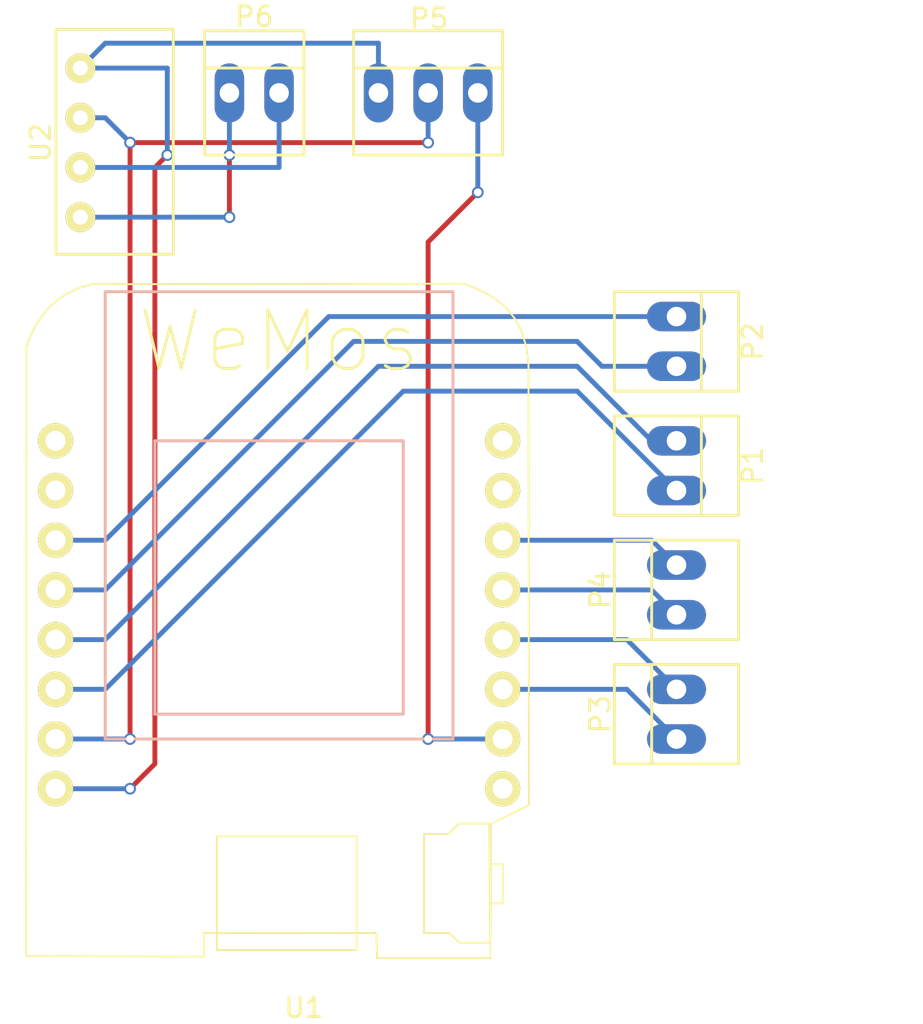
<source format=kicad_pcb>
(kicad_pcb (version 4) (host pcbnew 4.0.2+dfsg1-stable)

  (general
    (links 15)
    (no_connects 0)
    (area 0 0 0 0)
    (thickness 1.6)
    (drawings 4)
    (tracks 59)
    (zones 0)
    (modules 8)
    (nets 19)
  )

  (page A4)
  (layers
    (0 F.Cu signal)
    (31 B.Cu signal)
    (33 F.Adhes user)
    (35 F.Paste user)
    (37 F.SilkS user)
    (39 F.Mask user)
    (40 Dwgs.User user)
    (41 Cmts.User user)
    (42 Eco1.User user)
    (43 Eco2.User user)
    (44 Edge.Cuts user)
    (45 Margin user)
    (47 F.CrtYd user)
    (49 F.Fab user)
  )

  (setup
    (last_trace_width 0.25)
    (trace_clearance 0.2)
    (zone_clearance 0.508)
    (zone_45_only no)
    (trace_min 0.2)
    (segment_width 0.2)
    (edge_width 0.15)
    (via_size 0.6)
    (via_drill 0.4)
    (via_min_size 0.4)
    (via_min_drill 0.3)
    (uvia_size 0.3)
    (uvia_drill 0.1)
    (uvias_allowed no)
    (uvia_min_size 0.2)
    (uvia_min_drill 0.1)
    (pcb_text_width 0.3)
    (pcb_text_size 1.5 1.5)
    (mod_edge_width 0.15)
    (mod_text_size 1 1)
    (mod_text_width 0.15)
    (pad_size 1.524 1.524)
    (pad_drill 0.762)
    (pad_to_mask_clearance 0.2)
    (aux_axis_origin 0 0)
    (visible_elements FFFFFF7F)
    (pcbplotparams
      (layerselection 0x00030_80000001)
      (usegerberextensions false)
      (excludeedgelayer true)
      (linewidth 0.100000)
      (plotframeref false)
      (viasonmask false)
      (mode 1)
      (useauxorigin false)
      (hpglpennumber 1)
      (hpglpenspeed 20)
      (hpglpendiameter 15)
      (hpglpenoverlay 2)
      (psnegative false)
      (psa4output false)
      (plotreference true)
      (plotvalue true)
      (plotinvisibletext false)
      (padsonsilk false)
      (subtractmaskfromsilk false)
      (outputformat 1)
      (mirror false)
      (drillshape 1)
      (scaleselection 1)
      (outputdirectory ""))
  )

  (net 0 "")
  (net 1 "Net-(P1-Pad1)")
  (net 2 "Net-(P1-Pad2)")
  (net 3 "Net-(P2-Pad1)")
  (net 4 "Net-(P2-Pad2)")
  (net 5 "Net-(P3-Pad1)")
  (net 6 "Net-(P3-Pad2)")
  (net 7 "Net-(P4-Pad1)")
  (net 8 "Net-(P4-Pad2)")
  (net 9 "Net-(U1-Pad8)")
  (net 10 "Net-(U1-Pad7)")
  (net 11 "Net-(U1-Pad16)")
  (net 12 "Net-(U1-Pad10)")
  (net 13 "Net-(U1-Pad9)")
  (net 14 "Net-(P6-Pad1)")
  (net 15 "Net-(P6-Pad2)")
  (net 16 "Net-(P5-Pad1)")
  (net 17 "Net-(P5-Pad3)")
  (net 18 "Net-(P5-Pad2)")

  (net_class Default "This is the default net class."
    (clearance 0.2)
    (trace_width 0.25)
    (via_dia 0.6)
    (via_drill 0.4)
    (uvia_dia 0.3)
    (uvia_drill 0.1)
    (add_net "Net-(P1-Pad1)")
    (add_net "Net-(P1-Pad2)")
    (add_net "Net-(P2-Pad1)")
    (add_net "Net-(P2-Pad2)")
    (add_net "Net-(P3-Pad1)")
    (add_net "Net-(P3-Pad2)")
    (add_net "Net-(P4-Pad1)")
    (add_net "Net-(P4-Pad2)")
    (add_net "Net-(P5-Pad1)")
    (add_net "Net-(P5-Pad2)")
    (add_net "Net-(P5-Pad3)")
    (add_net "Net-(P6-Pad1)")
    (add_net "Net-(P6-Pad2)")
    (add_net "Net-(U1-Pad10)")
    (add_net "Net-(U1-Pad16)")
    (add_net "Net-(U1-Pad7)")
    (add_net "Net-(U1-Pad8)")
    (add_net "Net-(U1-Pad9)")
  )

  (module wemos_d1_mini:D1_mini_board (layer F.Cu) (tedit 5766F65E) (tstamp 5BCE38F8)
    (at 90.17 86.36)
    (path /5BCE1984)
    (fp_text reference U1 (at 1.27 18.81) (layer F.SilkS)
      (effects (font (size 1 1) (thickness 0.15)))
    )
    (fp_text value WeMos_mini (at 1.27 -19.05) (layer F.Fab)
      (effects (font (size 1 1) (thickness 0.15)))
    )
    (fp_text user WeMos (at 0 -15.24) (layer F.SilkS)
      (effects (font (size 3 3) (thickness 0.15)))
    )
    (fp_line (start -6.35 3.81) (end -6.35 -10.16) (layer B.SilkS) (width 0.15))
    (fp_line (start -6.35 -10.16) (end 6.35 -10.16) (layer B.SilkS) (width 0.15))
    (fp_line (start 6.35 -10.16) (end 6.35 3.81) (layer B.SilkS) (width 0.15))
    (fp_line (start 6.35 3.81) (end -6.35 3.81) (layer B.SilkS) (width 0.15))
    (fp_line (start -8.89 5.08) (end 8.89 5.08) (layer B.SilkS) (width 0.15))
    (fp_line (start 8.89 5.08) (end 8.89 -17.78) (layer B.SilkS) (width 0.15))
    (fp_line (start 8.89 -17.78) (end -8.89 -17.78) (layer B.SilkS) (width 0.15))
    (fp_line (start -8.89 -17.78) (end -8.89 5.08) (layer B.SilkS) (width 0.15))
    (fp_line (start 10.817472 16.277228) (end 5.00618 16.277228) (layer F.SilkS) (width 0.1))
    (fp_line (start 5.00618 16.277228) (end 4.979849 14.993795) (layer F.SilkS) (width 0.1))
    (fp_line (start 4.979849 14.993795) (end -3.851373 15.000483) (layer F.SilkS) (width 0.1))
    (fp_line (start -3.851373 15.000483) (end -3.849397 16.202736) (layer F.SilkS) (width 0.1))
    (fp_line (start -3.849397 16.202736) (end -12.930193 16.176658) (layer F.SilkS) (width 0.1))
    (fp_line (start -12.930193 16.176658) (end -12.916195 -14.993493) (layer F.SilkS) (width 0.1))
    (fp_line (start -12.916195 -14.993493) (end -12.683384 -15.596286) (layer F.SilkS) (width 0.1))
    (fp_line (start -12.683384 -15.596286) (end -12.399901 -16.141167) (layer F.SilkS) (width 0.1))
    (fp_line (start -12.399901 -16.141167) (end -12.065253 -16.627577) (layer F.SilkS) (width 0.1))
    (fp_line (start -12.065253 -16.627577) (end -11.678953 -17.054952) (layer F.SilkS) (width 0.1))
    (fp_line (start -11.678953 -17.054952) (end -11.240512 -17.422741) (layer F.SilkS) (width 0.1))
    (fp_line (start -11.240512 -17.422741) (end -10.74944 -17.730377) (layer F.SilkS) (width 0.1))
    (fp_line (start -10.74944 -17.730377) (end -10.20525 -17.97731) (layer F.SilkS) (width 0.1))
    (fp_line (start -10.20525 -17.97731) (end -9.607453 -18.162976) (layer F.SilkS) (width 0.1))
    (fp_line (start -9.607453 -18.162976) (end 9.43046 -18.191734) (layer F.SilkS) (width 0.1))
    (fp_line (start 9.43046 -18.191734) (end 10.049824 -17.957741) (layer F.SilkS) (width 0.1))
    (fp_line (start 10.049824 -17.957741) (end 10.638018 -17.673258) (layer F.SilkS) (width 0.1))
    (fp_line (start 10.638018 -17.673258) (end 11.181445 -17.323743) (layer F.SilkS) (width 0.1))
    (fp_line (start 11.181445 -17.323743) (end 11.666503 -16.894658) (layer F.SilkS) (width 0.1))
    (fp_line (start 11.666503 -16.894658) (end 12.079595 -16.37146) (layer F.SilkS) (width 0.1))
    (fp_line (start 12.079595 -16.37146) (end 12.407122 -15.739613) (layer F.SilkS) (width 0.1))
    (fp_line (start 12.407122 -15.739613) (end 12.635482 -14.984575) (layer F.SilkS) (width 0.1))
    (fp_line (start 12.635482 -14.984575) (end 12.751078 -14.091807) (layer F.SilkS) (width 0.1))
    (fp_line (start 12.751078 -14.091807) (end 12.776026 8.463285) (layer F.SilkS) (width 0.1))
    (fp_line (start 12.776026 8.463285) (end 10.83248 9.424181) (layer F.SilkS) (width 0.1))
    (fp_line (start 10.83248 9.424181) (end 10.802686 16.232524) (layer F.SilkS) (width 0.1))
    (fp_line (start -3.17965 10.051451) (end 3.959931 10.051451) (layer F.SilkS) (width 0.1))
    (fp_line (start 3.959931 10.051451) (end 3.959931 15.865188) (layer F.SilkS) (width 0.1))
    (fp_line (start 3.959931 15.865188) (end -3.17965 15.865188) (layer F.SilkS) (width 0.1))
    (fp_line (start -3.17965 15.865188) (end -3.17965 10.051451) (layer F.SilkS) (width 0.1))
    (fp_line (start 10.7436 9.402349) (end 9.191378 9.402349) (layer F.SilkS) (width 0.1))
    (fp_line (start 9.191378 9.402349) (end 8.662211 9.931515) (layer F.SilkS) (width 0.1))
    (fp_line (start 8.662211 9.931515) (end 7.40985 9.931515) (layer F.SilkS) (width 0.1))
    (fp_line (start 7.40985 9.931515) (end 7.40985 14.993876) (layer F.SilkS) (width 0.1))
    (fp_line (start 7.40985 14.993876) (end 8.697489 14.993876) (layer F.SilkS) (width 0.1))
    (fp_line (start 8.697489 14.993876) (end 9.226656 15.487765) (layer F.SilkS) (width 0.1))
    (fp_line (start 9.226656 15.487765) (end 10.796517 15.487765) (layer F.SilkS) (width 0.1))
    (fp_line (start 10.796517 15.487765) (end 10.7436 9.402349) (layer F.SilkS) (width 0.1))
    (fp_line (start 10.778878 11.483738) (end 11.431517 11.483738) (layer F.SilkS) (width 0.1))
    (fp_line (start 11.431517 11.483738) (end 11.431517 13.476932) (layer F.SilkS) (width 0.1))
    (fp_line (start 11.431517 13.476932) (end 10.814156 13.476932) (layer F.SilkS) (width 0.1))
    (pad 8 thru_hole circle (at -11.43 -10.16) (size 1.8 1.8) (drill 1.016) (layers *.Cu *.Mask F.SilkS)
      (net 9 "Net-(U1-Pad8)"))
    (pad 7 thru_hole circle (at -11.43 -7.62) (size 1.8 1.8) (drill 1.016) (layers *.Cu *.Mask F.SilkS)
      (net 10 "Net-(U1-Pad7)"))
    (pad 6 thru_hole circle (at -11.43 -5.08) (size 1.8 1.8) (drill 1.016) (layers *.Cu *.Mask F.SilkS)
      (net 3 "Net-(P2-Pad1)"))
    (pad 5 thru_hole circle (at -11.43 -2.54) (size 1.8 1.8) (drill 1.016) (layers *.Cu *.Mask F.SilkS)
      (net 4 "Net-(P2-Pad2)"))
    (pad 4 thru_hole circle (at -11.43 0) (size 1.8 1.8) (drill 1.016) (layers *.Cu *.Mask F.SilkS)
      (net 1 "Net-(P1-Pad1)"))
    (pad 3 thru_hole circle (at -11.43 2.54) (size 1.8 1.8) (drill 1.016) (layers *.Cu *.Mask F.SilkS)
      (net 2 "Net-(P1-Pad2)"))
    (pad 2 thru_hole circle (at -11.43 5.08) (size 1.8 1.8) (drill 1.016) (layers *.Cu *.Mask F.SilkS)
      (net 18 "Net-(P5-Pad2)"))
    (pad 1 thru_hole circle (at -11.43 7.62) (size 1.8 1.8) (drill 1.016) (layers *.Cu *.Mask F.SilkS)
      (net 16 "Net-(P5-Pad1)"))
    (pad 16 thru_hole circle (at 11.43 7.62) (size 1.8 1.8) (drill 1.016) (layers *.Cu *.Mask F.SilkS)
      (net 11 "Net-(U1-Pad16)"))
    (pad 15 thru_hole circle (at 11.43 5.08) (size 1.8 1.8) (drill 1.016) (layers *.Cu *.Mask F.SilkS)
      (net 17 "Net-(P5-Pad3)"))
    (pad 14 thru_hole circle (at 11.43 2.54) (size 1.8 1.8) (drill 1.016) (layers *.Cu *.Mask F.SilkS)
      (net 5 "Net-(P3-Pad1)"))
    (pad 13 thru_hole circle (at 11.43 0) (size 1.8 1.8) (drill 1.016) (layers *.Cu *.Mask F.SilkS)
      (net 6 "Net-(P3-Pad2)"))
    (pad 12 thru_hole circle (at 11.43 -2.54) (size 1.8 1.8) (drill 1.016) (layers *.Cu *.Mask F.SilkS)
      (net 7 "Net-(P4-Pad1)"))
    (pad 11 thru_hole circle (at 11.43 -5.08) (size 1.8 1.8) (drill 1.016) (layers *.Cu *.Mask F.SilkS)
      (net 8 "Net-(P4-Pad2)"))
    (pad 10 thru_hole circle (at 11.43 -7.62) (size 1.8 1.8) (drill 1.016) (layers *.Cu *.Mask F.SilkS)
      (net 12 "Net-(U1-Pad10)"))
    (pad 9 thru_hole circle (at 11.43 -10.16) (size 1.8 1.8) (drill 1.016) (layers *.Cu *.Mask F.SilkS)
      (net 13 "Net-(U1-Pad9)"))
  )

  (module ROE-1205S:ROE-1205S (layer F.Cu) (tedit 5BCE1F9C) (tstamp 5BCE3904)
    (at 80.01 64.77 90)
    (path /5BCE189D)
    (fp_text reference U2 (at 3.81 -2.032 90) (layer F.SilkS)
      (effects (font (size 1 1) (thickness 0.15)))
    )
    (fp_text value ROE-1205S (at 3.81 2.794 90) (layer F.Fab)
      (effects (font (size 1 1) (thickness 0.15)))
    )
    (fp_line (start -1.9 -1.25) (end 9.6 -1.25) (layer F.SilkS) (width 0.15))
    (fp_line (start 9.6 -1.25) (end 9.6 4.75) (layer F.SilkS) (width 0.15))
    (fp_line (start -1.9 4.75) (end 9.6 4.75) (layer F.SilkS) (width 0.15))
    (fp_line (start -1.9 -1.25) (end -1.9 4.75) (layer F.SilkS) (width 0.15))
    (pad 1 thru_hole circle (at 0 0 90) (size 1.524 1.524) (drill 0.762) (layers *.Cu *.Mask F.SilkS)
      (net 14 "Net-(P6-Pad1)"))
    (pad 2 thru_hole circle (at 2.54 0 90) (size 1.524 1.524) (drill 0.762) (layers *.Cu *.Mask F.SilkS)
      (net 15 "Net-(P6-Pad2)"))
    (pad 3 thru_hole circle (at 5.08 0 90) (size 1.524 1.524) (drill 0.762) (layers *.Cu *.Mask F.SilkS)
      (net 18 "Net-(P5-Pad2)"))
    (pad 4 thru_hole circle (at 7.62 0 90) (size 1.524 1.524) (drill 0.762) (layers *.Cu *.Mask F.SilkS)
      (net 16 "Net-(P5-Pad1)"))
  )

  (module Connect:PINHEAD1-2 (layer F.Cu) (tedit 0) (tstamp 5BCED6DB)
    (at 110.49 77.47 270)
    (path /5BCE3D31)
    (attr virtual)
    (fp_text reference P1 (at 0 -3.9 270) (layer F.SilkS)
      (effects (font (size 1 1) (thickness 0.15)))
    )
    (fp_text value CONN_01X02 (at 0 3.81 270) (layer F.Fab)
      (effects (font (size 1 1) (thickness 0.15)))
    )
    (fp_line (start 2.54 -1.27) (end -2.54 -1.27) (layer F.SilkS) (width 0.15))
    (fp_line (start 2.54 3.175) (end -2.54 3.175) (layer F.SilkS) (width 0.15))
    (fp_line (start -2.54 -3.175) (end 2.54 -3.175) (layer F.SilkS) (width 0.15))
    (fp_line (start -2.54 -3.175) (end -2.54 3.175) (layer F.SilkS) (width 0.15))
    (fp_line (start 2.54 -3.175) (end 2.54 3.175) (layer F.SilkS) (width 0.15))
    (pad 1 thru_hole oval (at -1.27 0 270) (size 1.50622 3.01498) (drill 0.99822) (layers *.Cu *.Mask)
      (net 1 "Net-(P1-Pad1)"))
    (pad 2 thru_hole oval (at 1.27 0 270) (size 1.50622 3.01498) (drill 0.99822) (layers *.Cu *.Mask)
      (net 2 "Net-(P1-Pad2)"))
  )

  (module Connect:PINHEAD1-2 (layer F.Cu) (tedit 0) (tstamp 5BCED6E6)
    (at 110.49 71.12 270)
    (path /5BCE3DC6)
    (attr virtual)
    (fp_text reference P2 (at 0 -3.9 270) (layer F.SilkS)
      (effects (font (size 1 1) (thickness 0.15)))
    )
    (fp_text value CONN_01X02 (at 0 3.81 270) (layer F.Fab)
      (effects (font (size 1 1) (thickness 0.15)))
    )
    (fp_line (start 2.54 -1.27) (end -2.54 -1.27) (layer F.SilkS) (width 0.15))
    (fp_line (start 2.54 3.175) (end -2.54 3.175) (layer F.SilkS) (width 0.15))
    (fp_line (start -2.54 -3.175) (end 2.54 -3.175) (layer F.SilkS) (width 0.15))
    (fp_line (start -2.54 -3.175) (end -2.54 3.175) (layer F.SilkS) (width 0.15))
    (fp_line (start 2.54 -3.175) (end 2.54 3.175) (layer F.SilkS) (width 0.15))
    (pad 1 thru_hole oval (at -1.27 0 270) (size 1.50622 3.01498) (drill 0.99822) (layers *.Cu *.Mask)
      (net 3 "Net-(P2-Pad1)"))
    (pad 2 thru_hole oval (at 1.27 0 270) (size 1.50622 3.01498) (drill 0.99822) (layers *.Cu *.Mask)
      (net 4 "Net-(P2-Pad2)"))
  )

  (module Connect:PINHEAD1-2 (layer F.Cu) (tedit 0) (tstamp 5BCED6F1)
    (at 110.49 90.17 90)
    (path /5BCE3DF7)
    (attr virtual)
    (fp_text reference P3 (at 0 -3.9 90) (layer F.SilkS)
      (effects (font (size 1 1) (thickness 0.15)))
    )
    (fp_text value CONN_01X02 (at 0 3.81 90) (layer F.Fab)
      (effects (font (size 1 1) (thickness 0.15)))
    )
    (fp_line (start 2.54 -1.27) (end -2.54 -1.27) (layer F.SilkS) (width 0.15))
    (fp_line (start 2.54 3.175) (end -2.54 3.175) (layer F.SilkS) (width 0.15))
    (fp_line (start -2.54 -3.175) (end 2.54 -3.175) (layer F.SilkS) (width 0.15))
    (fp_line (start -2.54 -3.175) (end -2.54 3.175) (layer F.SilkS) (width 0.15))
    (fp_line (start 2.54 -3.175) (end 2.54 3.175) (layer F.SilkS) (width 0.15))
    (pad 1 thru_hole oval (at -1.27 0 90) (size 1.50622 3.01498) (drill 0.99822) (layers *.Cu *.Mask)
      (net 5 "Net-(P3-Pad1)"))
    (pad 2 thru_hole oval (at 1.27 0 90) (size 1.50622 3.01498) (drill 0.99822) (layers *.Cu *.Mask)
      (net 6 "Net-(P3-Pad2)"))
  )

  (module Connect:PINHEAD1-2 (layer F.Cu) (tedit 0) (tstamp 5BCED6FC)
    (at 110.49 83.82 90)
    (path /5BCE3E34)
    (attr virtual)
    (fp_text reference P4 (at 0 -3.9 90) (layer F.SilkS)
      (effects (font (size 1 1) (thickness 0.15)))
    )
    (fp_text value CONN_01X02 (at 0 3.81 90) (layer F.Fab)
      (effects (font (size 1 1) (thickness 0.15)))
    )
    (fp_line (start 2.54 -1.27) (end -2.54 -1.27) (layer F.SilkS) (width 0.15))
    (fp_line (start 2.54 3.175) (end -2.54 3.175) (layer F.SilkS) (width 0.15))
    (fp_line (start -2.54 -3.175) (end 2.54 -3.175) (layer F.SilkS) (width 0.15))
    (fp_line (start -2.54 -3.175) (end -2.54 3.175) (layer F.SilkS) (width 0.15))
    (fp_line (start 2.54 -3.175) (end 2.54 3.175) (layer F.SilkS) (width 0.15))
    (pad 1 thru_hole oval (at -1.27 0 90) (size 1.50622 3.01498) (drill 0.99822) (layers *.Cu *.Mask)
      (net 7 "Net-(P4-Pad1)"))
    (pad 2 thru_hole oval (at 1.27 0 90) (size 1.50622 3.01498) (drill 0.99822) (layers *.Cu *.Mask)
      (net 8 "Net-(P4-Pad2)"))
  )

  (module Connect:PINHEAD1-3 (layer F.Cu) (tedit 0) (tstamp 5BCED708)
    (at 97.79 58.42)
    (path /5BCE3E75)
    (attr virtual)
    (fp_text reference P5 (at 0.05 -3.8) (layer F.SilkS)
      (effects (font (size 1 1) (thickness 0.15)))
    )
    (fp_text value CONN_01X03 (at 0 3.81) (layer F.Fab)
      (effects (font (size 1 1) (thickness 0.15)))
    )
    (fp_line (start -3.81 -3.175) (end -3.81 3.175) (layer F.SilkS) (width 0.15))
    (fp_line (start 3.81 -3.175) (end 3.81 3.175) (layer F.SilkS) (width 0.15))
    (fp_line (start 3.81 -1.27) (end -3.81 -1.27) (layer F.SilkS) (width 0.15))
    (fp_line (start -3.81 -3.175) (end 3.81 -3.175) (layer F.SilkS) (width 0.15))
    (fp_line (start 3.81 3.175) (end -3.81 3.175) (layer F.SilkS) (width 0.15))
    (pad 1 thru_hole oval (at -2.54 0) (size 1.50622 3.01498) (drill 0.99822) (layers *.Cu *.Mask)
      (net 16 "Net-(P5-Pad1)"))
    (pad 2 thru_hole oval (at 0 0) (size 1.50622 3.01498) (drill 0.99822) (layers *.Cu *.Mask)
      (net 18 "Net-(P5-Pad2)"))
    (pad 3 thru_hole oval (at 2.54 0) (size 1.50622 3.01498) (drill 0.99822) (layers *.Cu *.Mask)
      (net 17 "Net-(P5-Pad3)"))
  )

  (module Connect:PINHEAD1-2 (layer F.Cu) (tedit 0) (tstamp 5BCED713)
    (at 88.9 58.42)
    (path /5BCE466E)
    (attr virtual)
    (fp_text reference P6 (at 0 -3.9) (layer F.SilkS)
      (effects (font (size 1 1) (thickness 0.15)))
    )
    (fp_text value CONN_01X02 (at 0 3.81) (layer F.Fab)
      (effects (font (size 1 1) (thickness 0.15)))
    )
    (fp_line (start 2.54 -1.27) (end -2.54 -1.27) (layer F.SilkS) (width 0.15))
    (fp_line (start 2.54 3.175) (end -2.54 3.175) (layer F.SilkS) (width 0.15))
    (fp_line (start -2.54 -3.175) (end 2.54 -3.175) (layer F.SilkS) (width 0.15))
    (fp_line (start -2.54 -3.175) (end -2.54 3.175) (layer F.SilkS) (width 0.15))
    (fp_line (start 2.54 -3.175) (end 2.54 3.175) (layer F.SilkS) (width 0.15))
    (pad 1 thru_hole oval (at -1.27 0) (size 1.50622 3.01498) (drill 0.99822) (layers *.Cu *.Mask)
      (net 14 "Net-(P6-Pad1)"))
    (pad 2 thru_hole oval (at 1.27 0) (size 1.50622 3.01498) (drill 0.99822) (layers *.Cu *.Mask)
      (net 15 "Net-(P6-Pad2)"))
  )

  (gr_line (start 76 54) (end 76 103.5) (angle 90) (layer Margin) (width 0.2))
  (gr_line (start 76 54) (end 123 54) (angle 90) (layer Margin) (width 0.2))
  (gr_line (start 123 54) (end 123 103.5) (angle 90) (layer Margin) (width 0.2))
  (gr_line (start 76 103.5) (end 123 103.5) (angle 90) (layer Margin) (width 0.2))

  (segment (start 78.74 86.36) (end 81.28 86.36) (width 0.25) (layer B.Cu) (net 1) (status 400000))
  (segment (start 105.41 72.39) (end 109.22 76.2) (width 0.25) (layer B.Cu) (net 1) (tstamp 5BCED924) (status 800000))
  (segment (start 95.25 72.39) (end 105.41 72.39) (width 0.25) (layer B.Cu) (net 1) (tstamp 5BCED923))
  (segment (start 81.28 86.36) (end 95.25 72.39) (width 0.25) (layer B.Cu) (net 1) (tstamp 5BCED922))
  (segment (start 109.22 76.2) (end 110.49 76.2) (width 0.25) (layer B.Cu) (net 1) (tstamp 5BCED925) (status C00000))
  (segment (start 109.22 76.2) (end 110.49 76.2) (width 0.25) (layer B.Cu) (net 1) (tstamp 5BCED907) (status C00000))
  (segment (start 78.74 88.9) (end 81.28 88.9) (width 0.25) (layer B.Cu) (net 2) (status 400000))
  (segment (start 105.41 73.66) (end 110.49 78.74) (width 0.25) (layer B.Cu) (net 2) (tstamp 5BCED92B) (status 800000))
  (segment (start 96.52 73.66) (end 105.41 73.66) (width 0.25) (layer B.Cu) (net 2) (tstamp 5BCED92A))
  (segment (start 81.28 88.9) (end 96.52 73.66) (width 0.25) (layer B.Cu) (net 2) (tstamp 5BCED929))
  (segment (start 78.74 81.28) (end 81.28 81.28) (width 0.25) (layer B.Cu) (net 3) (status 400000))
  (segment (start 92.71 69.85) (end 110.49 69.85) (width 0.25) (layer B.Cu) (net 3) (tstamp 5BCED8FB) (status 800000))
  (segment (start 81.28 81.28) (end 92.71 69.85) (width 0.25) (layer B.Cu) (net 3) (tstamp 5BCED8F9))
  (segment (start 78.74 83.82) (end 81.28 83.82) (width 0.25) (layer B.Cu) (net 4) (status 400000))
  (segment (start 106.68 72.39) (end 110.49 72.39) (width 0.25) (layer B.Cu) (net 4) (tstamp 5BCED91E) (status 800000))
  (segment (start 105.41 71.12) (end 106.68 72.39) (width 0.25) (layer B.Cu) (net 4) (tstamp 5BCED91D))
  (segment (start 93.98 71.12) (end 105.41 71.12) (width 0.25) (layer B.Cu) (net 4) (tstamp 5BCED91C))
  (segment (start 81.28 83.82) (end 93.98 71.12) (width 0.25) (layer B.Cu) (net 4) (tstamp 5BCED91B))
  (segment (start 101.6 88.9) (end 107.95 88.9) (width 0.25) (layer B.Cu) (net 5) (status 400000))
  (segment (start 107.95 88.9) (end 110.49 91.44) (width 0.25) (layer B.Cu) (net 5) (tstamp 5BCED8ED) (status 800000))
  (segment (start 101.6 86.36) (end 107.95 86.36) (width 0.25) (layer B.Cu) (net 6) (status 400000))
  (segment (start 107.95 86.36) (end 110.49 88.9) (width 0.25) (layer B.Cu) (net 6) (tstamp 5BCED8E9) (status 800000))
  (segment (start 101.6 83.82) (end 109.22 83.82) (width 0.25) (layer B.Cu) (net 7) (status 400000))
  (segment (start 109.22 83.82) (end 110.49 85.09) (width 0.25) (layer B.Cu) (net 7) (tstamp 5BCED8F5) (status 800000))
  (segment (start 101.6 81.28) (end 109.22 81.28) (width 0.25) (layer B.Cu) (net 8) (status 400000))
  (segment (start 109.22 81.28) (end 110.49 82.55) (width 0.25) (layer B.Cu) (net 8) (tstamp 5BCED8F1) (status 800000))
  (segment (start 87.63 58.42) (end 87.63 61.595) (width 0.25) (layer B.Cu) (net 14) (status 400000))
  (segment (start 87.63 64.77) (end 80.01 64.77) (width 0.25) (layer B.Cu) (net 14) (tstamp 5BCED954) (status 800000))
  (via (at 87.63 64.77) (size 0.6) (drill 0.4) (layers F.Cu B.Cu) (net 14))
  (segment (start 87.63 61.595) (end 87.63 64.77) (width 0.25) (layer F.Cu) (net 14) (tstamp 5BCED951))
  (via (at 87.63 61.595) (size 0.6) (drill 0.4) (layers F.Cu B.Cu) (net 14))
  (segment (start 90.17 58.42) (end 90.17 62.23) (width 0.25) (layer B.Cu) (net 15) (status 400000))
  (segment (start 90.17 62.23) (end 80.01 62.23) (width 0.25) (layer B.Cu) (net 15) (tstamp 5BCED948) (status 800000))
  (segment (start 80.01 57.15) (end 84.455 57.15) (width 0.25) (layer B.Cu) (net 16) (status 400000))
  (segment (start 82.55 93.98) (end 78.74 93.98) (width 0.25) (layer B.Cu) (net 16) (tstamp 5BCED965) (status 800000))
  (via (at 82.55 93.98) (size 0.6) (drill 0.4) (layers F.Cu B.Cu) (net 16))
  (segment (start 83.82 92.71) (end 82.55 93.98) (width 0.25) (layer F.Cu) (net 16) (tstamp 5BCED962))
  (segment (start 83.82 62.23) (end 83.82 92.71) (width 0.25) (layer F.Cu) (net 16) (tstamp 5BCED961))
  (segment (start 84.455 61.595) (end 83.82 62.23) (width 0.25) (layer F.Cu) (net 16) (tstamp 5BCED960))
  (via (at 84.455 61.595) (size 0.6) (drill 0.4) (layers F.Cu B.Cu) (net 16))
  (segment (start 84.455 57.15) (end 84.455 61.595) (width 0.25) (layer B.Cu) (net 16) (tstamp 5BCED95D))
  (segment (start 95.25 58.42) (end 95.25 55.88) (width 0.25) (layer B.Cu) (net 16) (status 400000))
  (segment (start 81.28 55.88) (end 80.01 57.15) (width 0.25) (layer B.Cu) (net 16) (tstamp 5BCED93B) (status 800000))
  (segment (start 95.25 55.88) (end 81.28 55.88) (width 0.25) (layer B.Cu) (net 16) (tstamp 5BCED93A))
  (segment (start 101.6 91.44) (end 97.79 91.44) (width 0.25) (layer B.Cu) (net 17) (status 400000))
  (segment (start 100.33 63.5) (end 100.33 58.42) (width 0.25) (layer B.Cu) (net 17) (tstamp 5BCED934) (status 800000))
  (via (at 100.33 63.5) (size 0.6) (drill 0.4) (layers F.Cu B.Cu) (net 17))
  (segment (start 97.79 66.04) (end 100.33 63.5) (width 0.25) (layer F.Cu) (net 17) (tstamp 5BCED931))
  (segment (start 97.79 91.44) (end 97.79 66.04) (width 0.25) (layer F.Cu) (net 17) (tstamp 5BCED930))
  (via (at 97.79 91.44) (size 0.6) (drill 0.4) (layers F.Cu B.Cu) (net 17))
  (segment (start 82.55 60.96) (end 82.55 91.44) (width 0.25) (layer F.Cu) (net 18))
  (segment (start 82.55 91.44) (end 78.74 91.44) (width 0.25) (layer B.Cu) (net 18) (tstamp 5BCED95A) (status 800000))
  (via (at 82.55 91.44) (size 0.6) (drill 0.4) (layers F.Cu B.Cu) (net 18))
  (segment (start 97.79 58.42) (end 97.79 60.96) (width 0.25) (layer B.Cu) (net 18) (status 400000))
  (segment (start 81.28 59.69) (end 80.01 59.69) (width 0.25) (layer B.Cu) (net 18) (tstamp 5BCED944) (status 800000))
  (segment (start 82.55 60.96) (end 81.28 59.69) (width 0.25) (layer B.Cu) (net 18) (tstamp 5BCED943))
  (via (at 82.55 60.96) (size 0.6) (drill 0.4) (layers F.Cu B.Cu) (net 18))
  (segment (start 97.79 60.96) (end 82.55 60.96) (width 0.25) (layer F.Cu) (net 18) (tstamp 5BCED940))
  (via (at 97.79 60.96) (size 0.6) (drill 0.4) (layers F.Cu B.Cu) (net 18))

)

</source>
